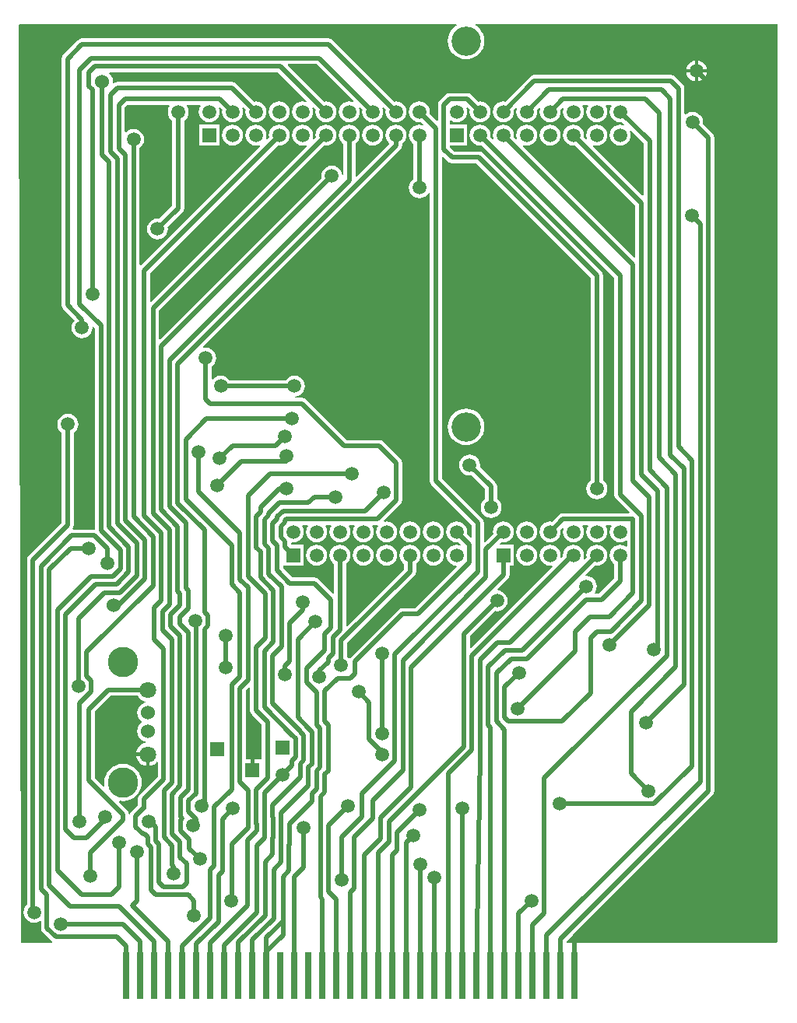
<source format=gtl>
%FSLAX25Y25*%
%MOIN*%
G70*
G01*
G75*
G04 Layer_Physical_Order=1*
G04 Layer_Color=255*
%ADD10R,0.03000X0.20000*%
%ADD11C,0.02000*%
%ADD12C,0.12992*%
%ADD13C,0.07087*%
%ADD14C,0.06000*%
%ADD15R,0.05906X0.05906*%
%ADD16C,0.05906*%
%ADD17C,0.12598*%
G36*
X101998Y133740D02*
Y124003D01*
X102192Y123028D01*
X102745Y122201D01*
X106951Y117994D01*
Y102953D01*
X103750D01*
Y98500D01*
X102250D01*
Y102953D01*
X100096D01*
Y132491D01*
X101536Y133932D01*
X101998Y133740D01*
D02*
G37*
G36*
X54572Y129183D02*
X55626Y128374D01*
X56853Y127866D01*
X57078Y127836D01*
Y127332D01*
X56995Y127321D01*
X55900Y126868D01*
X54960Y126146D01*
X54238Y125206D01*
X53785Y124112D01*
X53631Y122937D01*
X53785Y121762D01*
X54238Y120668D01*
X54960Y119728D01*
X55497Y119315D01*
Y118685D01*
X54960Y118272D01*
X54238Y117332D01*
X53785Y116238D01*
X53631Y115063D01*
X53785Y113888D01*
X54238Y112794D01*
X54960Y111854D01*
X55900Y111132D01*
X56995Y110679D01*
X57078Y110668D01*
Y110164D01*
X56853Y110134D01*
X55626Y109626D01*
X54572Y108817D01*
X53764Y107764D01*
X53256Y106537D01*
X53181Y105971D01*
X58169D01*
Y105220D01*
X58919D01*
Y100232D01*
X59486Y100307D01*
X60713Y100815D01*
X61766Y101624D01*
X61977Y101899D01*
X62451Y101738D01*
Y95533D01*
X54698Y87779D01*
X54145Y86953D01*
X53951Y85977D01*
Y83334D01*
X51198Y80581D01*
X50645Y79754D01*
X50549Y79271D01*
X50049Y79320D01*
Y79500D01*
X49855Y80475D01*
X49302Y81302D01*
X45809Y84796D01*
X46072Y85240D01*
X47500Y85099D01*
X49068Y85254D01*
X50575Y85711D01*
X51964Y86453D01*
X53181Y87452D01*
X54181Y88670D01*
X54923Y90059D01*
X55380Y91566D01*
X55535Y93134D01*
X55380Y94701D01*
X54923Y96209D01*
X54181Y97598D01*
X53181Y98815D01*
X51964Y99814D01*
X50575Y100557D01*
X49068Y101014D01*
X47500Y101169D01*
X45932Y101014D01*
X44425Y100557D01*
X43036Y99814D01*
X41819Y98815D01*
X40819Y97598D01*
X40077Y96209D01*
X39620Y94701D01*
X39465Y93134D01*
X39606Y91706D01*
X39162Y91443D01*
X35549Y95056D01*
Y123444D01*
X42335Y130231D01*
X53768D01*
X54572Y129183D01*
D02*
G37*
G36*
X328000Y25000D02*
X327500Y24500D01*
X237693D01*
X237609Y25000D01*
X300052Y87444D01*
X300605Y88271D01*
X300799Y89246D01*
Y369350D01*
X300605Y370325D01*
X300052Y371152D01*
X295900Y375305D01*
X295991Y376000D01*
X295838Y377162D01*
X295390Y378246D01*
X294676Y379176D01*
X293746Y379889D01*
X292662Y380338D01*
X291500Y380491D01*
X290338Y380338D01*
X289254Y379889D01*
X288535Y379338D01*
X288035Y379584D01*
Y390514D01*
X287841Y391489D01*
X287289Y392316D01*
X284102Y395502D01*
X283276Y396055D01*
X282300Y396249D01*
X223700D01*
X222725Y396055D01*
X221898Y395502D01*
X211283Y384888D01*
X210500Y384991D01*
X209338Y384838D01*
X208254Y384389D01*
X207324Y383676D01*
X206610Y382746D01*
X206162Y381662D01*
X206009Y380500D01*
X206162Y379338D01*
X206610Y378254D01*
X207324Y377324D01*
X208254Y376610D01*
X209338Y376162D01*
X210500Y376009D01*
X211662Y376162D01*
X212746Y376610D01*
X213676Y377324D01*
X214389Y378254D01*
X214838Y379338D01*
X214991Y380500D01*
X214888Y381283D01*
X215871Y382266D01*
X216295Y381983D01*
X216162Y381662D01*
X216009Y380500D01*
X216162Y379338D01*
X216611Y378254D01*
X217324Y377324D01*
X218254Y376610D01*
X219338Y376162D01*
X220500Y376009D01*
X221662Y376162D01*
X222746Y376610D01*
X223676Y377324D01*
X224390Y378254D01*
X224838Y379338D01*
X224991Y380500D01*
X224888Y381283D01*
X225871Y382266D01*
X226294Y381983D01*
X226162Y381662D01*
X226009Y380500D01*
X226162Y379338D01*
X226610Y378254D01*
X227324Y377324D01*
X228254Y376610D01*
X229338Y376162D01*
X230500Y376009D01*
X231662Y376162D01*
X232746Y376610D01*
X233676Y377324D01*
X234389Y378254D01*
X234838Y379338D01*
X234991Y380500D01*
X234888Y381283D01*
X235871Y382266D01*
X236295Y381983D01*
X236162Y381662D01*
X236009Y380500D01*
X236162Y379338D01*
X236611Y378254D01*
X237324Y377324D01*
X238254Y376610D01*
X239338Y376162D01*
X240500Y376009D01*
X241662Y376162D01*
X242746Y376610D01*
X243676Y377324D01*
X244390Y378254D01*
X244838Y379338D01*
X244991Y380500D01*
X244838Y381662D01*
X244390Y382746D01*
X244192Y383003D01*
X244413Y383451D01*
X246587D01*
X246808Y383003D01*
X246610Y382746D01*
X246162Y381662D01*
X246009Y380500D01*
X246162Y379338D01*
X246610Y378254D01*
X247324Y377324D01*
X248254Y376610D01*
X249338Y376162D01*
X250500Y376009D01*
X251662Y376162D01*
X252746Y376610D01*
X253676Y377324D01*
X254390Y378254D01*
X254838Y379338D01*
X254991Y380500D01*
X254838Y381662D01*
X254390Y382746D01*
X254192Y383003D01*
X254413Y383451D01*
X256587D01*
X256808Y383003D01*
X256610Y382746D01*
X256162Y381662D01*
X256009Y380500D01*
X256162Y379338D01*
X256610Y378254D01*
X257324Y377324D01*
X258254Y376610D01*
X259338Y376162D01*
X260500Y376009D01*
X261283Y376112D01*
X262266Y375129D01*
X261983Y374706D01*
X261662Y374838D01*
X260500Y374991D01*
X259338Y374838D01*
X258254Y374390D01*
X257324Y373676D01*
X256610Y372746D01*
X256162Y371662D01*
X256009Y370500D01*
X256162Y369338D01*
X256610Y368254D01*
X257324Y367324D01*
X258254Y366611D01*
X259338Y366162D01*
X260500Y366009D01*
X261662Y366162D01*
X262746Y366611D01*
X263676Y367324D01*
X264389Y368254D01*
X264838Y369338D01*
X264991Y370500D01*
X264838Y371662D01*
X264705Y371983D01*
X265129Y372266D01*
X270499Y366897D01*
Y344759D01*
X270037Y344568D01*
X248734Y365871D01*
X249017Y366295D01*
X249338Y366162D01*
X250500Y366009D01*
X251662Y366162D01*
X252746Y366611D01*
X253676Y367324D01*
X254390Y368254D01*
X254838Y369338D01*
X254991Y370500D01*
X254838Y371662D01*
X254390Y372746D01*
X253676Y373676D01*
X252746Y374390D01*
X251662Y374838D01*
X250500Y374991D01*
X249338Y374838D01*
X248254Y374390D01*
X247324Y373676D01*
X246610Y372746D01*
X246162Y371662D01*
X246009Y370500D01*
X246162Y369338D01*
X246294Y369017D01*
X245871Y368734D01*
X244888Y369717D01*
X244991Y370500D01*
X244838Y371662D01*
X244390Y372746D01*
X243676Y373676D01*
X242746Y374390D01*
X241662Y374838D01*
X240500Y374991D01*
X239338Y374838D01*
X238254Y374390D01*
X237324Y373676D01*
X236611Y372746D01*
X236162Y371662D01*
X236009Y370500D01*
X236162Y369338D01*
X236611Y368254D01*
X237324Y367324D01*
X238254Y366611D01*
X239338Y366162D01*
X240500Y366009D01*
X241283Y366112D01*
X266904Y340491D01*
Y318354D01*
X266442Y318163D01*
X218734Y365871D01*
X219017Y366295D01*
X219338Y366162D01*
X220500Y366009D01*
X221662Y366162D01*
X222746Y366611D01*
X223676Y367324D01*
X224390Y368254D01*
X224838Y369338D01*
X224991Y370500D01*
X224838Y371662D01*
X224390Y372746D01*
X223676Y373676D01*
X222746Y374390D01*
X221662Y374838D01*
X220500Y374991D01*
X219338Y374838D01*
X218254Y374390D01*
X217324Y373676D01*
X216611Y372746D01*
X216162Y371662D01*
X216009Y370500D01*
X216162Y369338D01*
X216295Y369017D01*
X215871Y368734D01*
X214888Y369717D01*
X214991Y370500D01*
X214838Y371662D01*
X214389Y372746D01*
X213676Y373676D01*
X212746Y374390D01*
X211662Y374838D01*
X210500Y374991D01*
X209338Y374838D01*
X208254Y374390D01*
X207324Y373676D01*
X206610Y372746D01*
X206162Y371662D01*
X206009Y370500D01*
X206162Y369338D01*
X206294Y369017D01*
X205871Y368734D01*
X204888Y369717D01*
X204991Y370500D01*
X204838Y371662D01*
X204390Y372746D01*
X203676Y373676D01*
X202746Y374390D01*
X201662Y374838D01*
X200500Y374991D01*
X199338Y374838D01*
X198254Y374390D01*
X197324Y373676D01*
X196610Y372746D01*
X196162Y371662D01*
X196009Y370500D01*
X196162Y369338D01*
X196610Y368254D01*
X197324Y367324D01*
X198254Y366611D01*
X199338Y366162D01*
X200500Y366009D01*
X201283Y366112D01*
X257951Y309444D01*
Y216500D01*
X258145Y215525D01*
X258698Y214698D01*
X264384Y209011D01*
X264193Y208549D01*
X236000D01*
X235024Y208355D01*
X234198Y207802D01*
X231283Y204888D01*
X230500Y204991D01*
X229338Y204838D01*
X228254Y204390D01*
X227324Y203676D01*
X226610Y202746D01*
X226162Y201662D01*
X226009Y200500D01*
X226162Y199338D01*
X226610Y198254D01*
X227324Y197324D01*
X228254Y196610D01*
X229338Y196162D01*
X230500Y196009D01*
X231662Y196162D01*
X232746Y196610D01*
X233676Y197324D01*
X234389Y198254D01*
X234838Y199338D01*
X234991Y200500D01*
X234888Y201283D01*
X235871Y202266D01*
X236295Y201983D01*
X236162Y201662D01*
X236009Y200500D01*
X236162Y199338D01*
X236611Y198254D01*
X237324Y197324D01*
X238254Y196610D01*
X239338Y196162D01*
X240500Y196009D01*
X241662Y196162D01*
X242746Y196610D01*
X243676Y197324D01*
X244390Y198254D01*
X244838Y199338D01*
X244991Y200500D01*
X244838Y201662D01*
X244390Y202746D01*
X244192Y203003D01*
X244413Y203451D01*
X246587D01*
X246808Y203003D01*
X246610Y202746D01*
X246162Y201662D01*
X246009Y200500D01*
X246162Y199338D01*
X246610Y198254D01*
X247324Y197324D01*
X248254Y196610D01*
X249338Y196162D01*
X250500Y196009D01*
X251662Y196162D01*
X252746Y196610D01*
X253676Y197324D01*
X254390Y198254D01*
X254838Y199338D01*
X254991Y200500D01*
X254838Y201662D01*
X254390Y202746D01*
X254192Y203003D01*
X254413Y203451D01*
X256587D01*
X256808Y203003D01*
X256610Y202746D01*
X256162Y201662D01*
X256009Y200500D01*
X256162Y199338D01*
X256610Y198254D01*
X257324Y197324D01*
X258254Y196610D01*
X259338Y196162D01*
X260500Y196009D01*
X261662Y196162D01*
X262746Y196610D01*
X263003Y196808D01*
X263451Y196587D01*
Y194413D01*
X263003Y194192D01*
X262746Y194389D01*
X261662Y194838D01*
X260500Y194991D01*
X259338Y194838D01*
X258254Y194389D01*
X257324Y193676D01*
X256610Y192746D01*
X256162Y191662D01*
X256009Y190500D01*
X256162Y189338D01*
X256610Y188254D01*
X257324Y187324D01*
X257951Y186843D01*
Y180568D01*
X251444Y174062D01*
X249846D01*
X249625Y174510D01*
X249889Y174854D01*
X250338Y175938D01*
X250491Y177100D01*
X250338Y178262D01*
X249889Y179346D01*
X249176Y180276D01*
X248246Y180990D01*
X247162Y181438D01*
X246000Y181591D01*
X245845Y181571D01*
X245624Y182019D01*
X249717Y186112D01*
X250500Y186009D01*
X251662Y186162D01*
X252746Y186610D01*
X253676Y187324D01*
X254390Y188254D01*
X254838Y189338D01*
X254991Y190500D01*
X254838Y191662D01*
X254390Y192746D01*
X253676Y193676D01*
X252746Y194389D01*
X251662Y194838D01*
X250500Y194991D01*
X249338Y194838D01*
X248254Y194389D01*
X247324Y193676D01*
X246610Y192746D01*
X246162Y191662D01*
X246009Y190500D01*
X246112Y189717D01*
X245129Y188734D01*
X244706Y189017D01*
X244838Y189338D01*
X244991Y190500D01*
X244838Y191662D01*
X244390Y192746D01*
X243676Y193676D01*
X242746Y194389D01*
X241662Y194838D01*
X240500Y194991D01*
X239338Y194838D01*
X238254Y194389D01*
X237324Y193676D01*
X236611Y192746D01*
X236162Y191662D01*
X236009Y190500D01*
X236054Y190159D01*
X235359Y189464D01*
X234886Y189697D01*
X234991Y190500D01*
X234838Y191662D01*
X234389Y192746D01*
X233676Y193676D01*
X232746Y194389D01*
X231662Y194838D01*
X230500Y194991D01*
X229338Y194838D01*
X228254Y194389D01*
X227324Y193676D01*
X226610Y192746D01*
X226162Y191662D01*
X226009Y190500D01*
X226162Y189338D01*
X226610Y188254D01*
X227324Y187324D01*
X228254Y186610D01*
X229338Y186162D01*
X230500Y186009D01*
X231303Y186115D01*
X231536Y185641D01*
X196511Y150616D01*
X196049Y150807D01*
Y155695D01*
X206942Y166587D01*
X207725Y166484D01*
X208887Y166637D01*
X209970Y167086D01*
X210900Y167799D01*
X211614Y168730D01*
X212063Y169813D01*
X212216Y170975D01*
X212063Y172138D01*
X211614Y173221D01*
X210900Y174151D01*
X209970Y174865D01*
X208887Y175313D01*
X208172Y175408D01*
X207993Y175935D01*
X212302Y180245D01*
X212855Y181072D01*
X213049Y182047D01*
Y186047D01*
X214953D01*
Y194953D01*
X209211D01*
X209019Y195415D01*
X209717Y196112D01*
X210500Y196009D01*
X211662Y196162D01*
X212746Y196610D01*
X213676Y197324D01*
X214389Y198254D01*
X214838Y199338D01*
X214991Y200500D01*
X214838Y201662D01*
X214389Y202746D01*
X213676Y203676D01*
X212746Y204390D01*
X211662Y204838D01*
X210500Y204991D01*
X209338Y204838D01*
X208254Y204390D01*
X207324Y203676D01*
X206610Y202746D01*
X206162Y201662D01*
X206009Y200500D01*
X206112Y199717D01*
X202511Y196116D01*
X202049Y196307D01*
Y204500D01*
X201855Y205475D01*
X201302Y206302D01*
X184049Y223556D01*
Y361193D01*
X184511Y361384D01*
X186698Y359198D01*
X187524Y358645D01*
X188500Y358451D01*
X198944D01*
X247951Y309444D01*
Y222657D01*
X247324Y222176D01*
X246610Y221246D01*
X246162Y220162D01*
X246009Y219000D01*
X246162Y217838D01*
X246610Y216754D01*
X247324Y215824D01*
X248254Y215110D01*
X249338Y214662D01*
X250500Y214509D01*
X251662Y214662D01*
X252746Y215110D01*
X253676Y215824D01*
X254390Y216754D01*
X254838Y217838D01*
X254991Y219000D01*
X254838Y220162D01*
X254390Y221246D01*
X253676Y222176D01*
X253049Y222657D01*
Y310500D01*
X252855Y311475D01*
X252302Y312302D01*
X201802Y362802D01*
X200975Y363355D01*
X200000Y363549D01*
X189556D01*
X187557Y365547D01*
X187570Y366047D01*
X194953D01*
Y374953D01*
X187549D01*
Y376587D01*
X187997Y376808D01*
X188254Y376610D01*
X189338Y376162D01*
X190500Y376009D01*
X191662Y376162D01*
X192746Y376610D01*
X193676Y377324D01*
X194389Y378254D01*
X194838Y379338D01*
X194991Y380500D01*
X194838Y381662D01*
X194705Y381983D01*
X195129Y382266D01*
X196112Y381283D01*
X196009Y380500D01*
X196162Y379338D01*
X196610Y378254D01*
X197324Y377324D01*
X198254Y376610D01*
X199338Y376162D01*
X200500Y376009D01*
X201662Y376162D01*
X202746Y376610D01*
X203676Y377324D01*
X204390Y378254D01*
X204838Y379338D01*
X204991Y380500D01*
X204838Y381662D01*
X204390Y382746D01*
X203676Y383676D01*
X202746Y384389D01*
X201662Y384838D01*
X200500Y384991D01*
X199717Y384888D01*
X196802Y387802D01*
X195975Y388355D01*
X195000Y388549D01*
X187500D01*
X186524Y388355D01*
X185698Y387802D01*
X183198Y385302D01*
X182645Y384475D01*
X182451Y383500D01*
Y376807D01*
X181989Y376616D01*
X178888Y379717D01*
X178991Y380500D01*
X178838Y381662D01*
X178390Y382746D01*
X177676Y383676D01*
X176746Y384389D01*
X175662Y384838D01*
X174500Y384991D01*
X173338Y384838D01*
X172254Y384389D01*
X171324Y383676D01*
X170610Y382746D01*
X170162Y381662D01*
X170009Y380500D01*
X170162Y379338D01*
X170610Y378254D01*
X171324Y377324D01*
X172254Y376610D01*
X173338Y376162D01*
X174500Y376009D01*
X175283Y376112D01*
X176266Y375129D01*
X175983Y374706D01*
X175662Y374838D01*
X174500Y374991D01*
X173338Y374838D01*
X172254Y374390D01*
X171324Y373676D01*
X170610Y372746D01*
X170162Y371662D01*
X170009Y370500D01*
X170162Y369338D01*
X170610Y368254D01*
X171324Y367324D01*
X171951Y366843D01*
Y351657D01*
X171324Y351176D01*
X170610Y350246D01*
X170162Y349162D01*
X170009Y348000D01*
X170162Y346838D01*
X170610Y345754D01*
X171324Y344824D01*
X172254Y344110D01*
X173338Y343662D01*
X174500Y343509D01*
X175662Y343662D01*
X176746Y344110D01*
X177676Y344824D01*
X178390Y345754D01*
X178451Y345903D01*
X178951Y345803D01*
Y222500D01*
X179145Y221525D01*
X179698Y220698D01*
X196951Y203444D01*
Y198307D01*
X196489Y198116D01*
X194888Y199717D01*
X194991Y200500D01*
X194838Y201662D01*
X194389Y202746D01*
X193676Y203676D01*
X192746Y204390D01*
X191662Y204838D01*
X190500Y204991D01*
X189338Y204838D01*
X188254Y204390D01*
X187324Y203676D01*
X186610Y202746D01*
X186162Y201662D01*
X186009Y200500D01*
X186162Y199338D01*
X186610Y198254D01*
X187324Y197324D01*
X188254Y196610D01*
X189338Y196162D01*
X190500Y196009D01*
X191283Y196112D01*
X192266Y195129D01*
X191983Y194705D01*
X191662Y194838D01*
X190500Y194991D01*
X189338Y194838D01*
X188254Y194389D01*
X187324Y193676D01*
X186610Y192746D01*
X186162Y191662D01*
X186009Y190500D01*
X186162Y189338D01*
X186610Y188254D01*
X187324Y187324D01*
X188254Y186610D01*
X189338Y186162D01*
X190232Y186044D01*
X190411Y185516D01*
X172697Y167802D01*
X167253D01*
X166277Y167608D01*
X165450Y167055D01*
X145198Y146802D01*
X144852Y146285D01*
X144237Y146265D01*
X144076Y146476D01*
X143449Y146957D01*
Y152844D01*
X172302Y181698D01*
X172855Y182525D01*
X173049Y183500D01*
Y186843D01*
X173676Y187324D01*
X174390Y188254D01*
X174838Y189338D01*
X174991Y190500D01*
X174838Y191662D01*
X174390Y192746D01*
X173676Y193676D01*
X172746Y194389D01*
X171662Y194838D01*
X170500Y194991D01*
X169338Y194838D01*
X168254Y194389D01*
X167324Y193676D01*
X166611Y192746D01*
X166162Y191662D01*
X166009Y190500D01*
X166162Y189338D01*
X166611Y188254D01*
X167324Y187324D01*
X167951Y186843D01*
Y184556D01*
X143511Y160116D01*
X143049Y160307D01*
Y186843D01*
X143676Y187324D01*
X144389Y188254D01*
X144838Y189338D01*
X144991Y190500D01*
X144838Y191662D01*
X144389Y192746D01*
X143676Y193676D01*
X142746Y194389D01*
X141662Y194838D01*
X140500Y194991D01*
X139338Y194838D01*
X138254Y194389D01*
X137324Y193676D01*
X136610Y192746D01*
X136162Y191662D01*
X136009Y190500D01*
X136162Y189338D01*
X136610Y188254D01*
X137324Y187324D01*
X137951Y186843D01*
Y174307D01*
X137489Y174116D01*
X131302Y180302D01*
X130475Y180855D01*
X129500Y181049D01*
X120056D01*
X116049Y185056D01*
Y186047D01*
X124953D01*
Y194953D01*
X119652D01*
X119549Y195056D01*
Y195755D01*
X119925Y196084D01*
X120500Y196009D01*
X121662Y196162D01*
X122746Y196610D01*
X123676Y197324D01*
X124390Y198254D01*
X124838Y199338D01*
X124991Y200500D01*
X124838Y201662D01*
X124390Y202746D01*
X124192Y203003D01*
X124413Y203451D01*
X126587D01*
X126808Y203003D01*
X126611Y202746D01*
X126162Y201662D01*
X126009Y200500D01*
X126162Y199338D01*
X126611Y198254D01*
X127324Y197324D01*
X128254Y196610D01*
X129338Y196162D01*
X130500Y196009D01*
X131662Y196162D01*
X132746Y196610D01*
X133676Y197324D01*
X134389Y198254D01*
X134838Y199338D01*
X134991Y200500D01*
X134838Y201662D01*
X134389Y202746D01*
X134192Y203003D01*
X134413Y203451D01*
X136587D01*
X136808Y203003D01*
X136610Y202746D01*
X136162Y201662D01*
X136009Y200500D01*
X136162Y199338D01*
X136610Y198254D01*
X137324Y197324D01*
X138254Y196610D01*
X139338Y196162D01*
X140500Y196009D01*
X141662Y196162D01*
X142746Y196610D01*
X143676Y197324D01*
X144389Y198254D01*
X144838Y199338D01*
X144991Y200500D01*
X144838Y201662D01*
X144389Y202746D01*
X144192Y203003D01*
X144413Y203451D01*
X146587D01*
X146808Y203003D01*
X146610Y202746D01*
X146162Y201662D01*
X146009Y200500D01*
X146162Y199338D01*
X146610Y198254D01*
X147324Y197324D01*
X148254Y196610D01*
X149338Y196162D01*
X150500Y196009D01*
X151662Y196162D01*
X152746Y196610D01*
X153676Y197324D01*
X154390Y198254D01*
X154838Y199338D01*
X154991Y200500D01*
X154838Y201662D01*
X154390Y202746D01*
X154192Y203003D01*
X154413Y203451D01*
X156400D01*
X156591Y203489D01*
X156855Y203064D01*
X156611Y202746D01*
X156162Y201662D01*
X156009Y200500D01*
X156162Y199338D01*
X156611Y198254D01*
X157324Y197324D01*
X158254Y196610D01*
X159338Y196162D01*
X160500Y196009D01*
X161662Y196162D01*
X162746Y196610D01*
X163676Y197324D01*
X164390Y198254D01*
X164838Y199338D01*
X164991Y200500D01*
X164838Y201662D01*
X164390Y202746D01*
X163676Y203676D01*
X162746Y204390D01*
X161662Y204838D01*
X160500Y204991D01*
X159582Y204870D01*
X159349Y205344D01*
X166402Y212398D01*
X166955Y213225D01*
X167149Y214200D01*
Y230000D01*
X166955Y230976D01*
X166402Y231802D01*
X159102Y239102D01*
X158275Y239655D01*
X157300Y239849D01*
X143356D01*
X125902Y257302D01*
X125075Y257855D01*
X124100Y258049D01*
X121238D01*
X121205Y258549D01*
X122062Y258662D01*
X123146Y259110D01*
X124076Y259824D01*
X124790Y260754D01*
X125238Y261838D01*
X125391Y263000D01*
X125238Y264162D01*
X124790Y265246D01*
X124076Y266176D01*
X123146Y266890D01*
X122062Y267338D01*
X120900Y267491D01*
X119738Y267338D01*
X118654Y266890D01*
X117724Y266176D01*
X117243Y265549D01*
X93157D01*
X92676Y266176D01*
X91746Y266890D01*
X90662Y267338D01*
X89500Y267491D01*
X88338Y267338D01*
X87254Y266890D01*
X86324Y266176D01*
X86049Y265817D01*
X85549Y265987D01*
Y271343D01*
X86176Y271824D01*
X86889Y272754D01*
X87338Y273838D01*
X87491Y275000D01*
X87338Y276162D01*
X86889Y277246D01*
X86176Y278176D01*
X85246Y278889D01*
X84162Y279338D01*
X83000Y279491D01*
X82139Y279378D01*
X81906Y279852D01*
X166302Y364248D01*
X166855Y365075D01*
X167049Y366050D01*
Y366843D01*
X167676Y367324D01*
X168389Y368254D01*
X168838Y369338D01*
X168991Y370500D01*
X168838Y371662D01*
X168389Y372746D01*
X167676Y373676D01*
X166746Y374390D01*
X165662Y374838D01*
X164500Y374991D01*
X163338Y374838D01*
X162254Y374390D01*
X161324Y373676D01*
X160610Y372746D01*
X160162Y371662D01*
X160009Y370500D01*
X160162Y369338D01*
X160610Y368254D01*
X161324Y367324D01*
X161502Y367188D01*
X161534Y366689D01*
X147511Y352666D01*
X147049Y352857D01*
Y366843D01*
X147676Y367324D01*
X148389Y368254D01*
X148838Y369338D01*
X148991Y370500D01*
X148838Y371662D01*
X148389Y372746D01*
X147676Y373676D01*
X146746Y374390D01*
X145662Y374838D01*
X144500Y374991D01*
X143338Y374838D01*
X142254Y374390D01*
X141324Y373676D01*
X140611Y372746D01*
X140162Y371662D01*
X140009Y370500D01*
X140162Y369338D01*
X140611Y368254D01*
X141324Y367324D01*
X141951Y366843D01*
Y353338D01*
X141451Y353305D01*
X141338Y354162D01*
X140890Y355246D01*
X140176Y356176D01*
X139246Y356890D01*
X138162Y357338D01*
X137000Y357491D01*
X135838Y357338D01*
X134754Y356890D01*
X133824Y356176D01*
X133110Y355246D01*
X132662Y354162D01*
X132509Y353000D01*
X132612Y352217D01*
X63411Y283016D01*
X62949Y283207D01*
Y295344D01*
X133717Y366112D01*
X134500Y366009D01*
X135662Y366162D01*
X136746Y366611D01*
X137676Y367324D01*
X138390Y368254D01*
X138838Y369338D01*
X138991Y370500D01*
X138838Y371662D01*
X138390Y372746D01*
X137676Y373676D01*
X136746Y374390D01*
X135662Y374838D01*
X134500Y374991D01*
X133338Y374838D01*
X132254Y374390D01*
X131324Y373676D01*
X130611Y372746D01*
X130162Y371662D01*
X130009Y370500D01*
X130112Y369717D01*
X129129Y368734D01*
X128706Y369017D01*
X128838Y369338D01*
X128991Y370500D01*
X128838Y371662D01*
X128390Y372746D01*
X127676Y373676D01*
X126746Y374390D01*
X125662Y374838D01*
X124500Y374991D01*
X123338Y374838D01*
X122254Y374390D01*
X121324Y373676D01*
X120610Y372746D01*
X120162Y371662D01*
X120009Y370500D01*
X120162Y369338D01*
X120610Y368254D01*
X121324Y367324D01*
X122254Y366611D01*
X123338Y366162D01*
X124500Y366009D01*
X125662Y366162D01*
X125983Y366295D01*
X126266Y365871D01*
X59511Y299116D01*
X59049Y299307D01*
Y311444D01*
X113717Y366112D01*
X114500Y366009D01*
X115662Y366162D01*
X116746Y366611D01*
X117676Y367324D01*
X118389Y368254D01*
X118838Y369338D01*
X118991Y370500D01*
X118838Y371662D01*
X118389Y372746D01*
X117676Y373676D01*
X116746Y374390D01*
X115662Y374838D01*
X114500Y374991D01*
X113338Y374838D01*
X112254Y374390D01*
X111324Y373676D01*
X110610Y372746D01*
X110162Y371662D01*
X110009Y370500D01*
X110112Y369717D01*
X109129Y368734D01*
X108705Y369017D01*
X108838Y369338D01*
X108991Y370500D01*
X108838Y371662D01*
X108389Y372746D01*
X107676Y373676D01*
X106746Y374390D01*
X105662Y374838D01*
X104500Y374991D01*
X103338Y374838D01*
X102254Y374390D01*
X101324Y373676D01*
X100610Y372746D01*
X100162Y371662D01*
X100009Y370500D01*
X100162Y369338D01*
X100610Y368254D01*
X101324Y367324D01*
X102254Y366611D01*
X103338Y366162D01*
X104500Y366009D01*
X105662Y366162D01*
X105983Y366295D01*
X106266Y365871D01*
X55149Y314754D01*
X54649Y314961D01*
Y365043D01*
X55276Y365524D01*
X55989Y366454D01*
X56438Y367538D01*
X56591Y368700D01*
X56438Y369862D01*
X55989Y370946D01*
X55276Y371876D01*
X54346Y372589D01*
X53262Y373038D01*
X52100Y373191D01*
X50938Y373038D01*
X49854Y372589D01*
X48924Y371876D01*
X48822Y371743D01*
X48349Y371904D01*
Y382344D01*
X49456Y383451D01*
X67363D01*
X67585Y383003D01*
X67311Y382646D01*
X66862Y381562D01*
X66709Y380400D01*
X66862Y379238D01*
X67311Y378154D01*
X68024Y377224D01*
X68651Y376743D01*
Y340256D01*
X63083Y334688D01*
X62300Y334791D01*
X61138Y334638D01*
X60054Y334190D01*
X59124Y333476D01*
X58411Y332546D01*
X57962Y331462D01*
X57809Y330300D01*
X57962Y329138D01*
X58411Y328054D01*
X59124Y327124D01*
X60054Y326411D01*
X61138Y325962D01*
X62300Y325809D01*
X63462Y325962D01*
X64546Y326411D01*
X65476Y327124D01*
X66189Y328054D01*
X66638Y329138D01*
X66791Y330300D01*
X66688Y331083D01*
X73002Y337398D01*
X73555Y338225D01*
X73749Y339200D01*
Y376743D01*
X74376Y377224D01*
X75090Y378154D01*
X75538Y379238D01*
X75691Y380400D01*
X75538Y381562D01*
X75090Y382646D01*
X74815Y383003D01*
X75037Y383451D01*
X80587D01*
X80808Y383003D01*
X80611Y382746D01*
X80162Y381662D01*
X80009Y380500D01*
X80162Y379338D01*
X80611Y378254D01*
X81324Y377324D01*
X82254Y376610D01*
X83338Y376162D01*
X84500Y376009D01*
X85662Y376162D01*
X86746Y376610D01*
X87676Y377324D01*
X88389Y378254D01*
X88838Y379338D01*
X88991Y380500D01*
X88838Y381662D01*
X88705Y381983D01*
X89129Y382266D01*
X90112Y381283D01*
X90009Y380500D01*
X90162Y379338D01*
X90610Y378254D01*
X91324Y377324D01*
X92254Y376610D01*
X93338Y376162D01*
X94500Y376009D01*
X95662Y376162D01*
X96746Y376610D01*
X97676Y377324D01*
X98390Y378254D01*
X98838Y379338D01*
X98991Y380500D01*
X98838Y381662D01*
X98706Y381983D01*
X99129Y382266D01*
X100112Y381283D01*
X100009Y380500D01*
X100162Y379338D01*
X100610Y378254D01*
X101324Y377324D01*
X102254Y376610D01*
X103338Y376162D01*
X104500Y376009D01*
X105662Y376162D01*
X106746Y376610D01*
X107676Y377324D01*
X108389Y378254D01*
X108838Y379338D01*
X108991Y380500D01*
X108838Y381662D01*
X108389Y382746D01*
X107676Y383676D01*
X106746Y384389D01*
X105662Y384838D01*
X104500Y384991D01*
X103717Y384888D01*
X96102Y392502D01*
X95275Y393055D01*
X94300Y393249D01*
X45100D01*
X44124Y393055D01*
X43642Y392733D01*
X43176Y393022D01*
X43239Y393500D01*
X43084Y394675D01*
X42631Y395769D01*
X41909Y396709D01*
X41595Y396951D01*
X41764Y397451D01*
X113944D01*
X126266Y385129D01*
X125983Y384705D01*
X125662Y384838D01*
X124500Y384991D01*
X123338Y384838D01*
X122254Y384389D01*
X121324Y383676D01*
X120610Y382746D01*
X120162Y381662D01*
X120009Y380500D01*
X120162Y379338D01*
X120610Y378254D01*
X121324Y377324D01*
X122254Y376610D01*
X123338Y376162D01*
X124500Y376009D01*
X125662Y376162D01*
X126746Y376610D01*
X127676Y377324D01*
X128390Y378254D01*
X128838Y379338D01*
X128991Y380500D01*
X128838Y381662D01*
X128706Y381983D01*
X129129Y382266D01*
X130112Y381283D01*
X130009Y380500D01*
X130162Y379338D01*
X130611Y378254D01*
X131324Y377324D01*
X132254Y376610D01*
X133338Y376162D01*
X134500Y376009D01*
X135662Y376162D01*
X136746Y376610D01*
X137676Y377324D01*
X138390Y378254D01*
X138838Y379338D01*
X138991Y380500D01*
X138838Y381662D01*
X138390Y382746D01*
X137676Y383676D01*
X136746Y384389D01*
X135662Y384838D01*
X134500Y384991D01*
X133717Y384888D01*
X118116Y400489D01*
X118307Y400951D01*
X130444D01*
X146266Y385129D01*
X145983Y384705D01*
X145662Y384838D01*
X144500Y384991D01*
X143338Y384838D01*
X142254Y384389D01*
X141324Y383676D01*
X140611Y382746D01*
X140162Y381662D01*
X140009Y380500D01*
X140162Y379338D01*
X140611Y378254D01*
X141324Y377324D01*
X142254Y376610D01*
X143338Y376162D01*
X144500Y376009D01*
X145662Y376162D01*
X146746Y376610D01*
X147676Y377324D01*
X148389Y378254D01*
X148838Y379338D01*
X148991Y380500D01*
X148838Y381662D01*
X148705Y381983D01*
X149129Y382266D01*
X150112Y381283D01*
X150009Y380500D01*
X150162Y379338D01*
X150610Y378254D01*
X151324Y377324D01*
X152254Y376610D01*
X153338Y376162D01*
X154500Y376009D01*
X155662Y376162D01*
X156746Y376610D01*
X157676Y377324D01*
X158389Y378254D01*
X158838Y379338D01*
X158991Y380500D01*
X158838Y381662D01*
X158705Y381983D01*
X159129Y382266D01*
X160112Y381283D01*
X160009Y380500D01*
X160162Y379338D01*
X160610Y378254D01*
X161324Y377324D01*
X162254Y376610D01*
X163338Y376162D01*
X164500Y376009D01*
X165662Y376162D01*
X166746Y376610D01*
X167676Y377324D01*
X168389Y378254D01*
X168838Y379338D01*
X168991Y380500D01*
X168838Y381662D01*
X168389Y382746D01*
X167676Y383676D01*
X166746Y384389D01*
X165662Y384838D01*
X164500Y384991D01*
X163717Y384888D01*
X137402Y411202D01*
X136575Y411755D01*
X135600Y411949D01*
X30000D01*
X29024Y411755D01*
X28198Y411202D01*
X21998Y405002D01*
X21445Y404176D01*
X21251Y403200D01*
Y297700D01*
X21445Y296725D01*
X21998Y295898D01*
X26779Y291116D01*
X26111Y290246D01*
X25662Y289162D01*
X25509Y288000D01*
X25662Y286838D01*
X26111Y285754D01*
X26824Y284824D01*
X27754Y284110D01*
X28838Y283662D01*
X30000Y283509D01*
X31162Y283662D01*
X32246Y284110D01*
X33176Y284824D01*
X33889Y285754D01*
X34338Y286838D01*
X34491Y288000D01*
X34456Y288270D01*
X34904Y288491D01*
X35551Y287844D01*
Y201773D01*
X35278Y201549D01*
X26271D01*
X26004Y202049D01*
X26255Y202425D01*
X26449Y203400D01*
Y242943D01*
X27076Y243424D01*
X27790Y244354D01*
X28238Y245438D01*
X28391Y246600D01*
X28238Y247762D01*
X27790Y248846D01*
X27076Y249776D01*
X26146Y250489D01*
X25062Y250938D01*
X23900Y251091D01*
X22738Y250938D01*
X21654Y250489D01*
X20724Y249776D01*
X20010Y248846D01*
X19562Y247762D01*
X19409Y246600D01*
X19562Y245438D01*
X20010Y244354D01*
X20724Y243424D01*
X21351Y242943D01*
Y204456D01*
X7198Y190302D01*
X6645Y189476D01*
X6451Y188500D01*
Y40773D01*
X6324Y40676D01*
X5610Y39746D01*
X5162Y38662D01*
X5009Y37500D01*
X5162Y36338D01*
X5610Y35254D01*
X6324Y34324D01*
X7254Y33610D01*
X8338Y33162D01*
X9500Y33009D01*
X10662Y33162D01*
X11746Y33610D01*
X12003Y33808D01*
X12451Y33587D01*
Y30722D01*
X12645Y29746D01*
X13198Y28919D01*
X16919Y25198D01*
X17215Y25000D01*
X17063Y24500D01*
X4000D01*
X3001Y417646D01*
X3354Y418000D01*
X190295D01*
X190416Y417515D01*
X190146Y417371D01*
X188958Y416396D01*
X187984Y415208D01*
X187260Y413854D01*
X186814Y412383D01*
X186663Y410854D01*
X186814Y409326D01*
X187260Y407855D01*
X187984Y406500D01*
X188958Y405313D01*
X190146Y404338D01*
X191501Y403614D01*
X192971Y403168D01*
X194500Y403018D01*
X196029Y403168D01*
X197499Y403614D01*
X198854Y404338D01*
X200042Y405313D01*
X201016Y406500D01*
X201740Y407855D01*
X202186Y409326D01*
X202337Y410854D01*
X202186Y412383D01*
X201740Y413854D01*
X201016Y415208D01*
X200042Y416396D01*
X198854Y417371D01*
X198584Y417515D01*
X198705Y418000D01*
X328000D01*
Y25000D01*
D02*
G37*
%LPC*%
G36*
X170500Y204991D02*
X169338Y204838D01*
X168254Y204390D01*
X167324Y203676D01*
X166611Y202746D01*
X166162Y201662D01*
X166009Y200500D01*
X166162Y199338D01*
X166611Y198254D01*
X167324Y197324D01*
X168254Y196610D01*
X169338Y196162D01*
X170500Y196009D01*
X171662Y196162D01*
X172746Y196610D01*
X173676Y197324D01*
X174390Y198254D01*
X174838Y199338D01*
X174991Y200500D01*
X174838Y201662D01*
X174390Y202746D01*
X173676Y203676D01*
X172746Y204390D01*
X171662Y204838D01*
X170500Y204991D01*
D02*
G37*
G36*
X220500Y194991D02*
X219338Y194838D01*
X218254Y194389D01*
X217324Y193676D01*
X216611Y192746D01*
X216162Y191662D01*
X216009Y190500D01*
X216162Y189338D01*
X216611Y188254D01*
X217324Y187324D01*
X218254Y186610D01*
X219338Y186162D01*
X220500Y186009D01*
X221662Y186162D01*
X222746Y186610D01*
X223676Y187324D01*
X224390Y188254D01*
X224838Y189338D01*
X224991Y190500D01*
X224838Y191662D01*
X224390Y192746D01*
X223676Y193676D01*
X222746Y194389D01*
X221662Y194838D01*
X220500Y194991D01*
D02*
G37*
G36*
Y204991D02*
X219338Y204838D01*
X218254Y204390D01*
X217324Y203676D01*
X216611Y202746D01*
X216162Y201662D01*
X216009Y200500D01*
X216162Y199338D01*
X216611Y198254D01*
X217324Y197324D01*
X218254Y196610D01*
X219338Y196162D01*
X220500Y196009D01*
X221662Y196162D01*
X222746Y196610D01*
X223676Y197324D01*
X224390Y198254D01*
X224838Y199338D01*
X224991Y200500D01*
X224838Y201662D01*
X224390Y202746D01*
X223676Y203676D01*
X222746Y204390D01*
X221662Y204838D01*
X220500Y204991D01*
D02*
G37*
G36*
X180500D02*
X179338Y204838D01*
X178254Y204390D01*
X177324Y203676D01*
X176611Y202746D01*
X176162Y201662D01*
X176009Y200500D01*
X176162Y199338D01*
X176611Y198254D01*
X177324Y197324D01*
X178254Y196610D01*
X179338Y196162D01*
X180500Y196009D01*
X181662Y196162D01*
X182746Y196610D01*
X183676Y197324D01*
X184389Y198254D01*
X184838Y199338D01*
X184991Y200500D01*
X184838Y201662D01*
X184389Y202746D01*
X183676Y203676D01*
X182746Y204390D01*
X181662Y204838D01*
X180500Y204991D01*
D02*
G37*
G36*
Y194991D02*
X179338Y194838D01*
X178254Y194389D01*
X177324Y193676D01*
X176611Y192746D01*
X176162Y191662D01*
X176009Y190500D01*
X176162Y189338D01*
X176611Y188254D01*
X177324Y187324D01*
X178254Y186610D01*
X179338Y186162D01*
X180500Y186009D01*
X181662Y186162D01*
X182746Y186610D01*
X183676Y187324D01*
X184389Y188254D01*
X184838Y189338D01*
X184991Y190500D01*
X184838Y191662D01*
X184389Y192746D01*
X183676Y193676D01*
X182746Y194389D01*
X181662Y194838D01*
X180500Y194991D01*
D02*
G37*
G36*
X130500D02*
X129338Y194838D01*
X128254Y194389D01*
X127324Y193676D01*
X126611Y192746D01*
X126162Y191662D01*
X126009Y190500D01*
X126162Y189338D01*
X126611Y188254D01*
X127324Y187324D01*
X128254Y186610D01*
X129338Y186162D01*
X130500Y186009D01*
X131662Y186162D01*
X132746Y186610D01*
X133676Y187324D01*
X134389Y188254D01*
X134838Y189338D01*
X134991Y190500D01*
X134838Y191662D01*
X134389Y192746D01*
X133676Y193676D01*
X132746Y194389D01*
X131662Y194838D01*
X130500Y194991D01*
D02*
G37*
G36*
X57419Y104471D02*
X53181D01*
X53256Y103904D01*
X53764Y102677D01*
X54572Y101624D01*
X55626Y100815D01*
X56853Y100307D01*
X57419Y100232D01*
Y104471D01*
D02*
G37*
G36*
X160500Y194991D02*
X159338Y194838D01*
X158254Y194389D01*
X157324Y193676D01*
X156611Y192746D01*
X156162Y191662D01*
X156009Y190500D01*
X156162Y189338D01*
X156611Y188254D01*
X157324Y187324D01*
X158254Y186610D01*
X159338Y186162D01*
X160500Y186009D01*
X161662Y186162D01*
X162746Y186610D01*
X163676Y187324D01*
X164390Y188254D01*
X164838Y189338D01*
X164991Y190500D01*
X164838Y191662D01*
X164390Y192746D01*
X163676Y193676D01*
X162746Y194389D01*
X161662Y194838D01*
X160500Y194991D01*
D02*
G37*
G36*
X150500D02*
X149338Y194838D01*
X148254Y194389D01*
X147324Y193676D01*
X146610Y192746D01*
X146162Y191662D01*
X146009Y190500D01*
X146162Y189338D01*
X146610Y188254D01*
X147324Y187324D01*
X148254Y186610D01*
X149338Y186162D01*
X150500Y186009D01*
X151662Y186162D01*
X152746Y186610D01*
X153676Y187324D01*
X154390Y188254D01*
X154838Y189338D01*
X154991Y190500D01*
X154838Y191662D01*
X154390Y192746D01*
X153676Y193676D01*
X152746Y194389D01*
X151662Y194838D01*
X150500Y194991D01*
D02*
G37*
G36*
X292450Y397250D02*
X288808D01*
X288862Y396838D01*
X289311Y395754D01*
X290024Y394824D01*
X290954Y394110D01*
X292038Y393662D01*
X292450Y393608D01*
Y397250D01*
D02*
G37*
G36*
X114500Y384991D02*
X113338Y384838D01*
X112254Y384389D01*
X111324Y383676D01*
X110610Y382746D01*
X110162Y381662D01*
X110009Y380500D01*
X110162Y379338D01*
X110610Y378254D01*
X111324Y377324D01*
X112254Y376610D01*
X113338Y376162D01*
X114500Y376009D01*
X115662Y376162D01*
X116746Y376610D01*
X117676Y377324D01*
X118389Y378254D01*
X118838Y379338D01*
X118991Y380500D01*
X118838Y381662D01*
X118389Y382746D01*
X117676Y383676D01*
X116746Y384389D01*
X115662Y384838D01*
X114500Y384991D01*
D02*
G37*
G36*
X297592Y397250D02*
X293950D01*
Y393608D01*
X294362Y393662D01*
X295446Y394110D01*
X296376Y394824D01*
X297090Y395754D01*
X297538Y396838D01*
X297592Y397250D01*
D02*
G37*
G36*
X293950Y402392D02*
Y398750D01*
X297592D01*
X297538Y399162D01*
X297090Y400246D01*
X296376Y401176D01*
X295446Y401890D01*
X294362Y402338D01*
X293950Y402392D01*
D02*
G37*
G36*
X292450D02*
X292038Y402338D01*
X290954Y401890D01*
X290024Y401176D01*
X289311Y400246D01*
X288862Y399162D01*
X288808Y398750D01*
X292450D01*
Y402392D01*
D02*
G37*
G36*
X88953Y374953D02*
X80047D01*
Y366047D01*
X88953D01*
Y374953D01*
D02*
G37*
G36*
X194500Y253337D02*
X192971Y253186D01*
X191501Y252740D01*
X190146Y252016D01*
X188958Y251042D01*
X187984Y249854D01*
X187260Y248499D01*
X186814Y247029D01*
X186663Y245500D01*
X186814Y243971D01*
X187260Y242501D01*
X187984Y241146D01*
X188958Y239958D01*
X190146Y238984D01*
X191501Y238260D01*
X192971Y237814D01*
X194500Y237663D01*
X196029Y237814D01*
X197499Y238260D01*
X198854Y238984D01*
X200042Y239958D01*
X201016Y241146D01*
X201740Y242501D01*
X202186Y243971D01*
X202337Y245500D01*
X202186Y247029D01*
X201740Y248499D01*
X201016Y249854D01*
X200042Y251042D01*
X198854Y252016D01*
X197499Y252740D01*
X196029Y253186D01*
X194500Y253337D01*
D02*
G37*
G36*
X196000Y233591D02*
X194838Y233438D01*
X193754Y232990D01*
X192824Y232276D01*
X192111Y231346D01*
X191662Y230262D01*
X191509Y229100D01*
X191662Y227938D01*
X192111Y226854D01*
X192824Y225924D01*
X193754Y225210D01*
X194838Y224762D01*
X196000Y224609D01*
X196783Y224712D01*
X202651Y218844D01*
Y214657D01*
X202024Y214176D01*
X201310Y213246D01*
X200862Y212162D01*
X200709Y211000D01*
X200862Y209838D01*
X201310Y208754D01*
X202024Y207824D01*
X202954Y207111D01*
X204038Y206662D01*
X205200Y206509D01*
X206362Y206662D01*
X207446Y207111D01*
X208376Y207824D01*
X209089Y208754D01*
X209538Y209838D01*
X209691Y211000D01*
X209538Y212162D01*
X209089Y213246D01*
X208376Y214176D01*
X207749Y214657D01*
Y219900D01*
X207555Y220876D01*
X207002Y221702D01*
X200388Y228317D01*
X200491Y229100D01*
X200338Y230262D01*
X199890Y231346D01*
X199176Y232276D01*
X198246Y232990D01*
X197162Y233438D01*
X196000Y233591D01*
D02*
G37*
G36*
X94500Y374991D02*
X93338Y374838D01*
X92254Y374390D01*
X91324Y373676D01*
X90610Y372746D01*
X90162Y371662D01*
X90009Y370500D01*
X90162Y369338D01*
X90610Y368254D01*
X91324Y367324D01*
X92254Y366611D01*
X93338Y366162D01*
X94500Y366009D01*
X95662Y366162D01*
X96746Y366611D01*
X97676Y367324D01*
X98390Y368254D01*
X98838Y369338D01*
X98991Y370500D01*
X98838Y371662D01*
X98390Y372746D01*
X97676Y373676D01*
X96746Y374390D01*
X95662Y374838D01*
X94500Y374991D01*
D02*
G37*
G36*
X230500D02*
X229338Y374838D01*
X228254Y374390D01*
X227324Y373676D01*
X226610Y372746D01*
X226162Y371662D01*
X226009Y370500D01*
X226162Y369338D01*
X226610Y368254D01*
X227324Y367324D01*
X228254Y366611D01*
X229338Y366162D01*
X230500Y366009D01*
X231662Y366162D01*
X232746Y366611D01*
X233676Y367324D01*
X234389Y368254D01*
X234838Y369338D01*
X234991Y370500D01*
X234838Y371662D01*
X234389Y372746D01*
X233676Y373676D01*
X232746Y374390D01*
X231662Y374838D01*
X230500Y374991D01*
D02*
G37*
G36*
X154500D02*
X153338Y374838D01*
X152254Y374390D01*
X151324Y373676D01*
X150610Y372746D01*
X150162Y371662D01*
X150009Y370500D01*
X150162Y369338D01*
X150610Y368254D01*
X151324Y367324D01*
X152254Y366611D01*
X153338Y366162D01*
X154500Y366009D01*
X155662Y366162D01*
X156746Y366611D01*
X157676Y367324D01*
X158389Y368254D01*
X158838Y369338D01*
X158991Y370500D01*
X158838Y371662D01*
X158389Y372746D01*
X157676Y373676D01*
X156746Y374390D01*
X155662Y374838D01*
X154500Y374991D01*
D02*
G37*
%LPD*%
D10*
X241000Y10500D02*
D03*
X235000D02*
D03*
X229000D02*
D03*
X223000D02*
D03*
X217000D02*
D03*
X211000D02*
D03*
X205000D02*
D03*
X199000D02*
D03*
X193000D02*
D03*
X187000D02*
D03*
X181000D02*
D03*
X175000D02*
D03*
X169000D02*
D03*
X163000D02*
D03*
X157000D02*
D03*
X151000D02*
D03*
X145000D02*
D03*
X139000D02*
D03*
X133000D02*
D03*
X127000D02*
D03*
X121000D02*
D03*
X115000D02*
D03*
X109000D02*
D03*
X103000D02*
D03*
X97000D02*
D03*
X91000D02*
D03*
X85000D02*
D03*
X79000D02*
D03*
X73000D02*
D03*
X67000D02*
D03*
X61000D02*
D03*
X55000D02*
D03*
X49000D02*
D03*
D11*
X164500Y366050D02*
Y370500D01*
X70900Y272450D02*
X164500Y366050D01*
X70900Y212876D02*
Y272450D01*
X144500Y351000D02*
Y370500D01*
X67400Y273900D02*
X144500Y351000D01*
X67400Y211426D02*
Y273900D01*
X111547Y147547D02*
X115500Y151500D01*
X108047Y125453D02*
Y149547D01*
X104547Y124003D02*
Y150997D01*
X101047Y137047D02*
Y176603D01*
X97547Y138497D02*
Y174453D01*
X94047Y134997D02*
X97547Y138497D01*
X108047Y149547D02*
X112000Y153500D01*
X104547Y150997D02*
X108500Y154950D01*
X97547Y180104D02*
X101047Y176603D01*
X94047Y177953D02*
X97547Y174453D01*
X104547Y124003D02*
X109500Y119050D01*
X108047Y125453D02*
X120000Y113500D01*
X111547Y126953D02*
X123500Y115000D01*
X111547Y126953D02*
Y147547D01*
X97547Y133547D02*
X101047Y137047D01*
X39500Y174500D02*
X46178D01*
X28500Y163500D02*
X39500Y174500D01*
X28500Y134500D02*
Y163500D01*
X36000Y178000D02*
X44728D01*
X23000Y165000D02*
X36000Y178000D01*
X23000Y73000D02*
Y165000D01*
X34000Y181500D02*
X43278D01*
X19500Y167000D02*
X34000Y181500D01*
X19500Y55500D02*
Y167000D01*
X75500Y167571D02*
Y175450D01*
X74500Y176450D02*
Y204326D01*
Y176450D02*
X75500Y175450D01*
X72000Y169021D02*
Y174000D01*
X71000Y175000D02*
X72000Y174000D01*
X71000Y175000D02*
Y202876D01*
X82500Y166211D02*
Y201276D01*
Y166211D02*
X83953Y164759D01*
Y160241D02*
Y164759D01*
X82500Y158789D02*
X83953Y160241D01*
X82500Y84400D02*
Y158789D01*
X78095Y162500D02*
X78500D01*
X77500Y161906D02*
X78095Y162500D01*
X72000Y164071D02*
X75500Y167571D01*
X72000Y160929D02*
Y164071D01*
Y160929D02*
X75500Y157429D01*
X68000Y159979D02*
Y165021D01*
X64500Y158529D02*
Y166471D01*
X61000Y154500D02*
Y167920D01*
X68000Y159979D02*
X72000Y155979D01*
X68000Y165021D02*
X72000Y169021D01*
X64500Y158529D02*
X68500Y154530D01*
X64500Y166471D02*
X67500Y169471D01*
X61000Y154500D02*
X65000Y150500D01*
X61000Y167920D02*
X64000Y170920D01*
X46000Y48500D02*
Y67500D01*
X42500Y45000D02*
X46000Y48500D01*
X47500Y77071D02*
Y79500D01*
X33500Y63071D02*
X47500Y77071D01*
X40000Y77500D02*
Y78500D01*
X32000Y69500D02*
X40000Y77500D01*
X33000Y94000D02*
X47500Y79500D01*
X33000Y94000D02*
Y124500D01*
X47500Y32500D02*
X55000Y25000D01*
X21000Y32500D02*
X47500D01*
X23900Y203400D02*
Y246600D01*
X9000Y188500D02*
X23900Y203400D01*
X9000Y38000D02*
Y188500D01*
X23000Y73000D02*
X26500Y69500D01*
X19500Y55500D02*
X30000Y45000D01*
X16000Y49000D02*
X25000Y40000D01*
X16000Y49000D02*
Y184400D01*
X25100Y193500D01*
X12500Y185850D02*
X25650Y199000D01*
X12500Y47550D02*
Y185850D01*
Y47550D02*
X15000Y45050D01*
X9000Y38000D02*
X9500Y37500D01*
X15000Y30722D02*
Y45050D01*
X35278Y199000D02*
X41000Y193278D01*
Y187000D02*
Y193278D01*
X25650Y199000D02*
X35278D01*
X15000Y30722D02*
X18722Y27000D01*
X45000D01*
X49000Y23000D01*
X291500Y376000D02*
X291600D01*
X303900Y89900D02*
Y387300D01*
X241000Y27000D02*
X303900Y89900D01*
X293200Y398000D02*
X303900Y387300D01*
X236000Y386000D02*
X271100D01*
X277100Y380000D01*
X278100Y390000D02*
X279164Y388936D01*
X230000Y390000D02*
X278100D01*
X223700Y393700D02*
X282300D01*
X279164Y388936D02*
X281986Y386114D01*
X279164Y388936D02*
X279164D01*
X33500Y53000D02*
Y63071D01*
X26500Y69500D02*
X32000D01*
X53500Y42500D02*
Y63500D01*
X51500Y40500D02*
X53500Y42500D01*
X59500Y47000D02*
Y65323D01*
X61600Y68173D02*
Y74000D01*
X68600Y71072D02*
X72000Y67672D01*
X68600Y71072D02*
Y88178D01*
X65100Y69622D02*
X68500Y66222D01*
X65100Y69622D02*
Y89627D01*
X72100Y72522D02*
Y77078D01*
Y72522D02*
X76000Y68622D01*
X56822Y71000D02*
X58100Y69722D01*
Y66723D02*
Y69722D01*
Y66723D02*
X59500Y65323D01*
X61600Y68173D02*
X63000Y66773D01*
Y50500D02*
Y66773D01*
Y50500D02*
X65000Y48500D01*
X59500Y47000D02*
X61500Y45000D01*
X72736Y77714D02*
Y77714D01*
X72100Y77078D02*
X72736Y77714D01*
X59100Y76500D02*
X61600Y74000D01*
X72100Y78349D02*
X72736Y77714D01*
X72100Y78349D02*
Y86728D01*
X32000Y138778D02*
Y149000D01*
X30000Y45000D02*
X42500D01*
X61500Y45000D02*
X75500D01*
X78000Y42500D01*
Y36000D02*
Y42500D01*
X73000Y23000D02*
X85000Y35000D01*
X79000Y24000D02*
X88500Y33500D01*
X85000Y35000D02*
Y55657D01*
X88500Y33500D02*
Y53500D01*
X73000Y10500D02*
Y23000D01*
X79000Y10500D02*
Y24000D01*
X85000Y55657D02*
X86600Y57257D01*
X88500Y53500D02*
X90100Y55100D01*
Y77500D01*
X86600Y57257D02*
Y82600D01*
X94000Y42500D02*
X94150Y42650D01*
X101000Y68443D02*
X103500Y70943D01*
X101000Y40300D02*
Y68443D01*
X85000Y24300D02*
X101000Y40300D01*
X67000Y10500D02*
Y25000D01*
X51500Y40500D02*
X67000Y25000D01*
X61000Y10500D02*
Y25000D01*
X46000Y40000D02*
X61000Y25000D01*
X25000Y40000D02*
X46000D01*
X65000Y48500D02*
X73300D01*
X53000Y74222D02*
Y78778D01*
X56222Y82000D02*
X56500D01*
X53000Y78778D02*
X56222Y82000D01*
X56500D02*
Y85977D01*
X65000Y94477D01*
X75600Y80722D02*
Y85278D01*
X65000Y94477D02*
Y150500D01*
X65100Y89627D02*
X68500Y93027D01*
X68600Y88178D02*
X72000Y91578D01*
X72100Y86728D02*
X75500Y90128D01*
X78822Y88500D02*
X79000D01*
X75600Y85278D02*
X78822Y88500D01*
X60500Y177500D02*
Y198527D01*
X32000Y149000D02*
X60500Y177500D01*
X68500Y93027D02*
Y154530D01*
X72000Y91578D02*
Y155979D01*
X75500Y90128D02*
Y157429D01*
X79000Y88500D02*
Y160406D01*
X81100Y83000D02*
X82500Y84400D01*
X70900Y212876D02*
X82500Y201276D01*
X77500Y161906D02*
X79000Y160406D01*
X67400Y211426D02*
X74500Y204326D01*
X63900Y209976D02*
X71000Y202876D01*
X64000Y170920D02*
Y199977D01*
X67500Y169471D02*
Y201426D01*
X68500Y57707D02*
Y66222D01*
X72000Y61157D02*
Y67672D01*
Y61157D02*
X74800Y58357D01*
X68500Y57707D02*
X69272Y56935D01*
X76000Y64700D02*
Y68622D01*
Y64700D02*
X80400Y60300D01*
X75600Y80722D02*
X78822Y77500D01*
X79000D01*
Y76200D02*
Y77500D01*
X77600Y74800D02*
X79000Y76200D01*
X104547Y193892D02*
Y207108D01*
X108047Y195342D02*
Y205658D01*
X111547Y204208D02*
X113500Y206161D01*
X111547Y196792D02*
Y204208D01*
X115047Y198241D02*
Y202759D01*
X117000Y204711D01*
X101047Y216047D02*
X110500Y225500D01*
X104547Y207108D02*
X106500Y209061D01*
X108047Y205658D02*
X110000Y207611D01*
X106500Y209061D02*
Y211000D01*
X110000Y207611D02*
Y208400D01*
X113500Y206161D02*
Y206950D01*
X117000Y204711D02*
Y205500D01*
X117500Y206000D01*
X113500Y206950D02*
X116050Y209500D01*
X110000Y208400D02*
X114601Y213000D01*
X106500Y211000D02*
X114500Y219000D01*
X73300Y48500D02*
X74800Y50000D01*
Y58357D01*
X56222Y71000D02*
X56822D01*
X53000Y74222D02*
X56222Y71000D01*
X58500Y76500D02*
X59100D01*
X29000D02*
Y127222D01*
X34000Y132222D01*
X32000Y138778D02*
X34000Y136778D01*
Y132222D02*
Y136778D01*
X69272Y54200D02*
Y56935D01*
X85000Y10500D02*
Y24300D01*
X91000Y23550D02*
X104800Y37350D01*
X91000Y10500D02*
Y23550D01*
X97000Y24600D02*
X108425Y36025D01*
X97000Y10500D02*
Y24600D01*
X79900Y234700D02*
X80000Y234600D01*
Y217700D02*
Y234600D01*
X89000Y232000D02*
Y232100D01*
X94400Y237500D01*
X74400Y214325D02*
Y240206D01*
X63900Y209976D02*
Y279900D01*
X60400Y208526D02*
Y296400D01*
Y208526D02*
X67500Y201426D01*
X74400Y240206D02*
X83194Y249000D01*
X63900Y279900D02*
X137000Y353000D01*
X60400Y296400D02*
X134500Y370500D01*
X34500Y302500D02*
Y389922D01*
X83000Y257500D02*
Y275000D01*
X240000Y190500D02*
X240500D01*
X197000Y147500D02*
X240000Y190500D01*
X197000Y107000D02*
Y147500D01*
X114500Y219000D02*
X117500D01*
X114601Y213000D02*
X126950D01*
X116050Y209500D02*
X151200D01*
X117500Y206000D02*
X156400D01*
X164600Y214200D01*
X87900Y220300D02*
X98200Y230600D01*
X117600D01*
X113000Y237500D02*
X117000Y241500D01*
X94400Y237500D02*
X113000D01*
X129500Y178500D02*
X136500Y171500D01*
X135400Y144700D02*
Y146350D01*
X131600Y140900D02*
X135400Y144700D01*
X117500Y230700D02*
Y233000D01*
Y230700D02*
X117600Y230600D01*
X83194Y249000D02*
X120000D01*
X85000Y255500D02*
X124100D01*
X142300Y237300D01*
X83000Y257500D02*
X85000Y255500D01*
X129450Y215500D02*
X138500D01*
X110500Y225500D02*
X145500D01*
X126950Y213000D02*
X129450Y215500D01*
X142300Y237300D02*
X157300D01*
X164600Y230000D01*
Y214200D02*
Y230000D01*
X57000Y180373D02*
Y197077D01*
X45627Y169000D02*
X57000Y180373D01*
X53500Y181822D02*
Y195627D01*
X46178Y174500D02*
X53500Y181822D01*
X50000Y183272D02*
Y194178D01*
X44728Y178000D02*
X50000Y183272D01*
X46500Y184722D02*
Y192728D01*
X43278Y181500D02*
X46500Y184722D01*
X158500Y148500D02*
Y149907D01*
X43638Y169000D02*
X45627D01*
X116106Y33706D02*
Y52806D01*
Y27706D02*
Y33706D01*
X109000Y20600D02*
Y26600D01*
X133000Y10500D02*
Y43100D01*
X132100Y44000D02*
X133000Y43100D01*
X196000Y187500D02*
Y195000D01*
X190500Y200500D02*
X196000Y195000D01*
X89500Y263000D02*
X120900D01*
X62300Y330300D02*
X71200Y339200D01*
Y380400D01*
X112150Y34750D02*
Y55850D01*
X115200Y58900D01*
X116106Y52806D02*
X118700Y55400D01*
X109000Y26600D02*
X116106Y33706D01*
X241000Y10500D02*
Y27000D01*
X104800Y65900D02*
X108200Y69300D01*
X104800Y37350D02*
Y65900D01*
X56500Y207477D02*
X64000Y199977D01*
X56500Y312500D02*
X114500Y370500D01*
X52100Y206927D02*
X60500Y198527D01*
X52100Y206927D02*
Y368700D01*
X139000Y10500D02*
Y43000D01*
X135600Y46400D02*
X139000Y43000D01*
X135600Y74700D02*
X144000Y83100D01*
X223000Y10500D02*
Y32000D01*
X235000Y25996D02*
X298250Y89246D01*
X271500Y118800D02*
X287750Y135050D01*
X220500Y380500D02*
X230000Y390000D01*
X234500Y83900D02*
X275000D01*
X291250Y100150D01*
Y231203D01*
X285486Y236967D02*
Y390514D01*
X210500Y380500D02*
X223700Y393700D01*
X265100Y96900D02*
X272600Y89400D01*
X265100Y96900D02*
Y123500D01*
X284250Y142650D01*
Y225219D01*
X277100Y232369D02*
X284250Y225219D01*
X277100Y232369D02*
Y380000D01*
X141100Y51530D02*
Y69700D01*
X149900Y78500D01*
X164000Y148000D02*
X199500Y183500D01*
X174500Y380500D02*
X181500Y373500D01*
X151000Y10500D02*
Y62100D01*
X158000Y69100D01*
Y78185D01*
X163000Y10500D02*
Y62100D01*
X165000Y64100D01*
X187000Y10500D02*
Y97000D01*
X229000Y27800D02*
X294750Y93550D01*
Y332300D01*
X291100Y335950D02*
X294750Y332300D01*
X207500Y119300D02*
X211000Y115800D01*
X207500Y119300D02*
Y139950D01*
X213776Y146226D01*
X220635D01*
X245921Y171513D01*
X252500D02*
X260500Y179513D01*
X200500Y145752D02*
X207974Y153226D01*
X213226D02*
X250500Y190500D01*
X269453Y225050D02*
X276500Y218003D01*
X269453Y225050D02*
Y341547D01*
X256000Y152200D02*
X273000Y169200D01*
Y215263D01*
X210500Y370500D02*
X265953Y315047D01*
X250500Y219000D02*
Y310500D01*
X185000Y364500D02*
X188500Y361000D01*
X185000Y364500D02*
Y383500D01*
X187500Y386000D02*
X195000D01*
X200500Y380500D01*
X211000Y120900D02*
X212600Y119300D01*
X247800Y131500D02*
Y155000D01*
X250600Y157800D01*
X269500Y170900D02*
Y207500D01*
X260500Y216500D02*
Y310500D01*
X200500Y370500D02*
X260500Y310500D01*
X131500Y403500D02*
X154500Y380500D01*
X33950Y403500D02*
X131500D01*
X29000Y398550D02*
X33950Y403500D01*
X38100Y201128D02*
Y288900D01*
Y201128D02*
X46500Y192728D01*
X38700Y361901D02*
X41600Y359001D01*
X38700Y361901D02*
Y393500D01*
X115000Y400000D02*
X134500Y380500D01*
X32900Y397500D02*
X35400Y400000D01*
X30000Y409400D02*
X135600D01*
X23800Y403200D02*
X30000Y409400D01*
X23800Y297700D02*
X30000Y291500D01*
X48600Y205477D02*
X57000Y197077D01*
X45800Y364700D02*
X48600Y361900D01*
X45800Y364700D02*
Y383400D01*
X48400Y386000D01*
X89000D01*
X121000Y52700D02*
X125000Y56700D01*
X146630Y47600D02*
Y69730D01*
X161500Y76500D02*
X193500Y108500D01*
Y156750D02*
X207725Y170975D01*
X169000Y67300D02*
X172000Y70300D01*
X241200Y157800D02*
X247563Y164163D01*
X255763D01*
X266000Y174400D01*
X265953Y206000D02*
X266000Y205953D01*
X205000Y10500D02*
Y116800D01*
X204000Y117800D02*
Y142600D01*
X211126Y149726D01*
X218626D01*
X246000Y177100D01*
X45100Y204027D02*
X53500Y195627D01*
X42300Y363250D02*
X45100Y360450D01*
X42300Y363250D02*
Y387700D01*
X42200Y387800D02*
X45100Y390700D01*
X49000Y10500D02*
Y23000D01*
X55000Y10500D02*
Y25000D01*
X282300Y393700D02*
X285486Y390514D01*
X230500Y380500D02*
X236000Y386000D01*
X188500Y361000D02*
X200000D01*
X250500Y310500D01*
X260500Y216500D02*
X269500Y207500D01*
X265953Y222310D02*
X273000Y215263D01*
X265953Y222310D02*
Y315047D01*
X273048Y226905D02*
X280400Y219553D01*
X273048Y226905D02*
Y367952D01*
X276500Y151500D02*
Y218003D01*
X280400Y147300D02*
Y219553D01*
X266000Y174400D02*
Y205953D01*
X236000Y206000D02*
X265953D01*
X181500Y222500D02*
Y373500D01*
Y222500D02*
X199500Y204500D01*
Y183500D02*
Y204500D01*
X174500Y348000D02*
Y370500D01*
X56500Y207477D02*
Y312500D01*
X48600Y205477D02*
Y361900D01*
X45100Y204027D02*
Y360450D01*
X41600Y202578D02*
Y359001D01*
X29000Y298000D02*
X38100Y288900D01*
X41600Y202578D02*
X50000Y194178D01*
X29000Y298000D02*
Y398550D01*
X23800Y297700D02*
Y403200D01*
X45100Y390700D02*
X94300D01*
X89000Y386000D02*
X94500Y380500D01*
X94300Y390700D02*
X104500Y380500D01*
X25100Y193500D02*
X33000D01*
X30000Y288000D02*
Y291500D01*
X32900Y391522D02*
Y397500D01*
Y391522D02*
X34500Y389922D01*
X42200Y387800D02*
X42300Y387700D01*
X135600Y46400D02*
Y74700D01*
X103000Y25600D02*
X112150Y34750D01*
X103000Y10500D02*
Y25600D01*
X235000Y10500D02*
Y25996D01*
X298250Y89246D02*
Y369350D01*
X291600Y376000D02*
X298250Y369350D01*
X287750Y135050D02*
Y227703D01*
X281986Y233467D02*
X287750Y227703D01*
X281986Y233467D02*
Y386114D01*
X285486Y236967D02*
X291250Y231203D01*
X149900Y78500D02*
Y88400D01*
X171000Y142547D02*
X210500Y182047D01*
Y190500D01*
X187000Y97000D02*
X197000Y107000D01*
X229000Y10500D02*
Y27800D01*
X207974Y153226D02*
X213226D01*
X200500Y105500D02*
Y145752D01*
X199000Y10500D02*
X200500Y105500D01*
X185000Y383500D02*
X187500Y386000D01*
X211000Y134100D02*
X217100Y140200D01*
X211000Y120900D02*
Y134100D01*
X212600Y119300D02*
X235600D01*
X247800Y131500D01*
X250600Y157800D02*
X256400D01*
X269500Y170900D01*
X35400Y400000D02*
X115000D01*
X135600Y409400D02*
X164500Y380500D01*
X108425Y59125D02*
X111700Y62400D01*
X108425Y36025D02*
Y59125D01*
X109000Y10500D02*
Y20600D01*
X116106Y27706D01*
X151200Y209500D02*
X159100Y217400D01*
X121000Y10500D02*
Y52700D01*
X125000Y56700D02*
Y73800D01*
X205200Y211000D02*
Y219900D01*
X196000Y229100D02*
X205200Y219900D01*
X173753Y165253D02*
X196000Y187500D01*
X193500Y108500D02*
Y156750D01*
X161500Y67600D02*
Y76500D01*
X157000Y63100D02*
X161500Y67600D01*
X157000Y10500D02*
Y63100D01*
X181000Y10500D02*
Y52320D01*
X193000Y10500D02*
Y82000D01*
X204000Y117800D02*
X205000Y116800D01*
X90100Y77500D02*
X94500Y81900D01*
X169000Y10500D02*
Y67300D01*
X216500Y124800D02*
X241200Y149500D01*
Y157800D01*
X230500Y200500D02*
X236000Y206000D01*
X223000Y32000D02*
X228000Y37000D01*
Y94900D01*
X280400Y147300D01*
X260500Y380500D02*
X273048Y367952D01*
X145000Y10500D02*
Y45970D01*
X146630Y47600D01*
Y69730D02*
X154500Y77600D01*
Y85400D01*
X167500Y145500D02*
X203000Y181000D01*
Y193000D01*
X210500Y200500D01*
X274900Y149900D02*
X276500Y151500D01*
X240500Y370500D02*
X269453Y341547D01*
X217000Y10500D02*
Y37000D01*
X222500Y42500D01*
X175000Y10500D02*
Y58000D01*
X165000Y64100D02*
Y71800D01*
X174500Y81300D01*
X211000Y10500D02*
Y115800D01*
X245921Y171513D02*
X252500D01*
X260500Y179513D02*
Y190500D01*
X33000Y124500D02*
X41280Y132780D01*
X58169D01*
X122500Y154500D02*
X130000Y162000D01*
X119000Y145000D02*
Y161450D01*
X124500Y166950D01*
Y170500D01*
X115047Y198241D02*
X117000Y196289D01*
X111547Y196792D02*
X113500Y194839D01*
X117000Y194000D02*
X120500Y190500D01*
X117000Y194000D02*
Y196289D01*
X108047Y195342D02*
X110000Y193389D01*
X113500Y184000D02*
Y194839D01*
Y184000D02*
X119000Y178500D01*
X129500D01*
X115500Y151500D02*
Y177000D01*
X110000Y182500D02*
X115500Y177000D01*
X110000Y182500D02*
Y193389D01*
X128500Y85179D02*
Y88350D01*
X132100Y44000D02*
Y87001D01*
X115200Y80000D02*
X127000Y91800D01*
X128500Y88350D02*
X130500Y90350D01*
X132100Y87001D02*
X134000Y88901D01*
X112000Y153500D02*
Y175550D01*
X106500Y181050D02*
X112000Y175550D01*
X106500Y181050D02*
Y191939D01*
X104547Y193892D02*
X106500Y191939D01*
X158000Y78185D02*
X171000Y91185D01*
X154500Y85400D02*
X167500Y98400D01*
X149900Y88400D02*
X164000Y102500D01*
X171000Y91185D02*
Y142547D01*
X167500Y98400D02*
Y145500D01*
X164000Y102500D02*
Y148000D01*
X158500Y114000D02*
Y148500D01*
X147400Y132000D02*
X148500D01*
X158500Y105100D02*
Y106222D01*
X153000Y111722D02*
X158500Y106222D01*
X153000Y111722D02*
Y127500D01*
X148500Y132000D02*
X153000Y127500D01*
X140900Y143300D02*
Y153900D01*
X170500Y183500D01*
Y190500D01*
X135400Y146350D02*
X137400Y148350D01*
Y155350D01*
X140500Y158450D01*
Y190500D01*
X133900Y149800D02*
Y156799D01*
X136500Y159399D01*
Y171500D01*
X147000Y145000D02*
X167253Y165253D01*
X173753D01*
X147000Y139800D02*
Y145000D01*
X139493Y137800D02*
X145000D01*
X147000Y139800D01*
X134000Y132307D02*
X139493Y137800D01*
X131600Y138400D02*
X132453Y139253D01*
X101047Y181553D02*
Y216047D01*
Y181553D02*
X108500Y174100D01*
Y154950D02*
Y174100D01*
X120000Y100500D02*
Y102559D01*
X121453Y104012D01*
X123500Y101109D02*
X124953Y102562D01*
X127000Y99660D02*
X128453Y101112D01*
Y114888D01*
X130500Y90350D02*
Y98210D01*
X131953Y99663D01*
Y116338D01*
X130500Y117790D02*
X131953Y116338D01*
X130500Y117790D02*
Y131722D01*
X134000Y88901D02*
Y96760D01*
X135453Y98213D01*
Y117787D01*
X134000Y119240D02*
X135453Y117787D01*
X134000Y119240D02*
Y132307D01*
X127000Y91800D02*
Y99660D01*
X123500Y95300D02*
Y101109D01*
X111700Y83500D02*
X123500Y95300D01*
X116000Y96500D02*
X120000Y100500D01*
X110000Y90400D02*
Y90500D01*
X108200Y88600D02*
X110000Y90400D01*
Y90500D02*
X116000Y96500D01*
X104700Y90150D02*
X109500Y94950D01*
X103500Y71000D02*
X104700Y72200D01*
X103500Y70943D02*
Y71000D01*
X94150Y42650D02*
Y66650D01*
X101300Y73800D01*
X104700Y72200D02*
Y72250D01*
X104800Y72350D01*
Y75250D01*
X104700Y75350D02*
X104800Y75250D01*
X104700Y75350D02*
Y90150D01*
X108200Y69300D02*
Y70801D01*
X108300Y70900D01*
Y76700D01*
X108200Y76799D02*
X108300Y76700D01*
X108200Y76799D02*
Y88600D01*
X111700Y62400D02*
Y69351D01*
X111800Y69451D01*
Y78149D01*
X111700Y78249D02*
X111800Y78149D01*
X111700Y78249D02*
Y83500D01*
X115200Y58900D02*
Y67901D01*
X115300Y68001D01*
Y79599D01*
X115200Y79699D02*
X115300Y79599D01*
X115200Y79699D02*
Y80000D01*
X118700Y55400D02*
Y66451D01*
X118800Y66551D01*
Y75479D01*
X128500Y85179D01*
X101200Y73900D02*
X101300Y73800D01*
X101200Y73900D02*
Y89859D01*
X97547Y180104D02*
Y200153D01*
X80000Y217700D02*
X97547Y200153D01*
X74400Y214325D02*
X94047Y194678D01*
Y177953D02*
Y194678D01*
X97547Y93512D02*
Y133547D01*
Y93512D02*
X101200Y89859D01*
X86600Y82600D02*
X94047Y90047D01*
Y134997D01*
X91500Y142500D02*
Y156000D01*
X109500Y94950D02*
Y119050D01*
X120000Y113441D02*
Y113500D01*
Y113441D02*
X121453Y111988D01*
Y104012D02*
Y111988D01*
X123500Y114891D02*
Y115000D01*
Y114891D02*
X124953Y113438D01*
Y102562D02*
Y113438D01*
X127000Y116340D02*
Y116500D01*
Y116340D02*
X128453Y114888D01*
X122600Y120900D02*
X127000Y116500D01*
X122500Y142228D02*
X122600Y142128D01*
X122500Y142228D02*
Y154500D01*
X126100Y136122D02*
X130500Y131722D01*
X126100Y136122D02*
Y141999D01*
X133900Y149800D01*
X122600Y120900D02*
Y142128D01*
X117000Y143000D02*
X119000Y145000D01*
X117000Y139500D02*
Y143000D01*
D12*
X47500Y144866D02*
D03*
Y93134D02*
D03*
D13*
X58169Y105220D02*
D03*
Y132780D02*
D03*
D14*
Y115063D02*
D03*
Y122937D02*
D03*
X38700Y393500D02*
D03*
X43638Y169000D02*
D03*
D15*
X210500Y190500D02*
D03*
X120500D02*
D03*
X190500Y370500D02*
D03*
X84500D02*
D03*
X88000Y107500D02*
D03*
X116000Y108000D02*
D03*
X103000Y98500D02*
D03*
D16*
X210500Y200500D02*
D03*
X220500Y190500D02*
D03*
Y200500D02*
D03*
X230500Y190500D02*
D03*
Y200500D02*
D03*
X240500Y190500D02*
D03*
Y200500D02*
D03*
X250500Y190500D02*
D03*
Y200500D02*
D03*
X260500Y190500D02*
D03*
Y200500D02*
D03*
X190500D02*
D03*
Y190500D02*
D03*
X180500Y200500D02*
D03*
Y190500D02*
D03*
X170500Y200500D02*
D03*
Y190500D02*
D03*
X160500Y200500D02*
D03*
Y190500D02*
D03*
X150500Y200500D02*
D03*
Y190500D02*
D03*
X140500Y200500D02*
D03*
Y190500D02*
D03*
X130500Y200500D02*
D03*
Y190500D02*
D03*
X120500Y200500D02*
D03*
X260500Y380500D02*
D03*
Y370500D02*
D03*
X250500Y380500D02*
D03*
Y370500D02*
D03*
X240500Y380500D02*
D03*
Y370500D02*
D03*
X230500Y380500D02*
D03*
Y370500D02*
D03*
X220500Y380500D02*
D03*
Y370500D02*
D03*
X210500Y380500D02*
D03*
Y370500D02*
D03*
X200500Y380500D02*
D03*
Y370500D02*
D03*
X190500Y380500D02*
D03*
X174500D02*
D03*
Y370500D02*
D03*
X164500Y380500D02*
D03*
Y370500D02*
D03*
X154500Y380500D02*
D03*
Y370500D02*
D03*
X144500Y380500D02*
D03*
Y370500D02*
D03*
X134500Y380500D02*
D03*
Y370500D02*
D03*
X124500Y380500D02*
D03*
Y370500D02*
D03*
X114500Y380500D02*
D03*
Y370500D02*
D03*
X104500Y380500D02*
D03*
Y370500D02*
D03*
X94500Y380500D02*
D03*
Y370500D02*
D03*
X84500Y380500D02*
D03*
X78500Y162500D02*
D03*
X46000Y67500D02*
D03*
X40000Y78500D02*
D03*
X9500Y37500D02*
D03*
X21000Y32500D02*
D03*
X291500Y376000D02*
D03*
X53500Y63500D02*
D03*
X33500Y53000D02*
D03*
X78000Y36000D02*
D03*
X94000Y42500D02*
D03*
X58500Y76500D02*
D03*
X29000D02*
D03*
X28500Y134500D02*
D03*
X69272Y54200D02*
D03*
X80400Y60300D02*
D03*
X77600Y74800D02*
D03*
X124500Y170500D02*
D03*
X89000Y232000D02*
D03*
X79900Y234700D02*
D03*
X34500Y302500D02*
D03*
X83000Y275000D02*
D03*
X137000Y353000D02*
D03*
X117500Y219000D02*
D03*
X87900Y220300D02*
D03*
X117500Y233000D02*
D03*
X117000Y241500D02*
D03*
X120000Y249000D02*
D03*
X138500Y215500D02*
D03*
X145500Y225500D02*
D03*
X120900Y263000D02*
D03*
X89500D02*
D03*
X62300Y330300D02*
D03*
X71200Y380400D02*
D03*
X158500Y148500D02*
D03*
X94500Y81900D02*
D03*
X159100Y217400D02*
D03*
X174500Y348000D02*
D03*
X140900Y143300D02*
D03*
X293200Y398000D02*
D03*
X52100Y368700D02*
D03*
X144000Y83100D02*
D03*
X271500Y118800D02*
D03*
X234500Y83900D02*
D03*
X272600Y89400D02*
D03*
X141100Y51530D02*
D03*
X174500Y81300D02*
D03*
X175000Y58000D02*
D03*
X41000Y187000D02*
D03*
X33000Y193500D02*
D03*
X291100Y335950D02*
D03*
X274900Y149900D02*
D03*
X256000Y152200D02*
D03*
X222500Y42500D02*
D03*
X250500Y219000D02*
D03*
X217100Y140200D02*
D03*
X81100Y83000D02*
D03*
X30000Y288000D02*
D03*
X125000Y73800D02*
D03*
X158500Y105100D02*
D03*
X205200Y211000D02*
D03*
X196000Y229100D02*
D03*
X207725Y170975D02*
D03*
X172000Y70300D02*
D03*
X216500Y124800D02*
D03*
X181000Y52320D02*
D03*
X193000Y82000D02*
D03*
X246000Y177100D02*
D03*
X23900Y246600D02*
D03*
X130000Y162000D02*
D03*
X158500Y114000D02*
D03*
X148500Y132000D02*
D03*
X131600Y138400D02*
D03*
X116000Y96500D02*
D03*
X91500Y142500D02*
D03*
Y156000D02*
D03*
X117000Y139500D02*
D03*
D17*
X194500Y245500D02*
D03*
Y410854D02*
D03*
M02*

</source>
